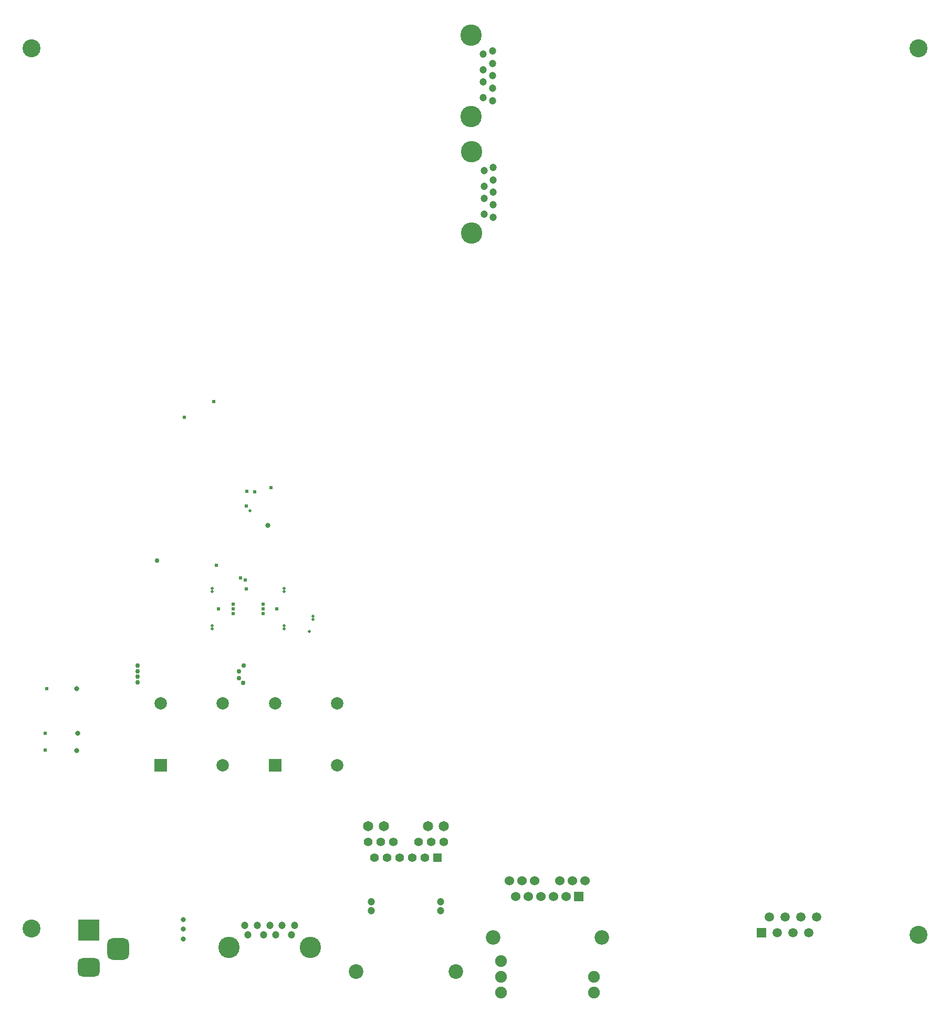
<source format=gbr>
%TF.GenerationSoftware,KiCad,Pcbnew,5.99.0-unknown-4b436fa57~104~ubuntu20.04.1*%
%TF.CreationDate,2020-10-20T16:16:33-05:00*%
%TF.ProjectId,AP2100,41503231-3030-42e6-9b69-6361645f7063,rev?*%
%TF.SameCoordinates,Original*%
%TF.FileFunction,Copper,L2,Inr*%
%TF.FilePolarity,Positive*%
%FSLAX46Y46*%
G04 Gerber Fmt 4.6, Leading zero omitted, Abs format (unit mm)*
G04 Created by KiCad (PCBNEW 5.99.0-unknown-4b436fa57~104~ubuntu20.04.1) date 2020-10-20 16:16:33*
%MOMM*%
%LPD*%
G01*
G04 APERTURE LIST*
G04 Aperture macros list*
%AMRoundRect*
0 Rectangle with rounded corners*
0 $1 Rounding radius*
0 $2 $3 $4 $5 $6 $7 $8 $9 X,Y pos of 4 corners*
0 Add a 4 corners polygon primitive as box body*
4,1,4,$2,$3,$4,$5,$6,$7,$8,$9,$2,$3,0*
0 Add four circle primitives for the rounded corners*
1,1,$1+$1,$2,$3,0*
1,1,$1+$1,$4,$5,0*
1,1,$1+$1,$6,$7,0*
1,1,$1+$1,$8,$9,0*
0 Add four rect primitives between the rounded corners*
20,1,$1+$1,$2,$3,$4,$5,0*
20,1,$1+$1,$4,$5,$6,$7,0*
20,1,$1+$1,$6,$7,$8,$9,0*
20,1,$1+$1,$8,$9,$2,$3,0*%
G04 Aperture macros list end*
%TA.AperFunction,ComponentPad*%
%ADD10C,1.200000*%
%TD*%
%TA.AperFunction,ComponentPad*%
%ADD11C,3.450000*%
%TD*%
%TA.AperFunction,ComponentPad*%
%ADD12C,2.900000*%
%TD*%
%TA.AperFunction,ComponentPad*%
%ADD13R,2.000000X2.000000*%
%TD*%
%TA.AperFunction,ComponentPad*%
%ADD14C,2.000000*%
%TD*%
%TA.AperFunction,ComponentPad*%
%ADD15R,1.530000X1.530000*%
%TD*%
%TA.AperFunction,ComponentPad*%
%ADD16C,1.530000*%
%TD*%
%TA.AperFunction,ComponentPad*%
%ADD17C,1.905000*%
%TD*%
%TA.AperFunction,ComponentPad*%
%ADD18C,2.355000*%
%TD*%
%TA.AperFunction,ComponentPad*%
%ADD19R,3.500000X3.500000*%
%TD*%
%TA.AperFunction,ComponentPad*%
%ADD20RoundRect,0.750000X1.000000X-0.750000X1.000000X0.750000X-1.000000X0.750000X-1.000000X-0.750000X0*%
%TD*%
%TA.AperFunction,ComponentPad*%
%ADD21RoundRect,0.875000X0.875000X-0.875000X0.875000X0.875000X-0.875000X0.875000X-0.875000X-0.875000X0*%
%TD*%
%TA.AperFunction,ComponentPad*%
%ADD22R,1.398000X1.398000*%
%TD*%
%TA.AperFunction,ComponentPad*%
%ADD23C,1.398000*%
%TD*%
%TA.AperFunction,ComponentPad*%
%ADD24C,1.650000*%
%TD*%
%TA.AperFunction,ComponentPad*%
%ADD25C,2.362500*%
%TD*%
%TA.AperFunction,ComponentPad*%
%ADD26R,1.500000X1.500000*%
%TD*%
%TA.AperFunction,ComponentPad*%
%ADD27C,1.500000*%
%TD*%
%TA.AperFunction,ViaPad*%
%ADD28C,0.482600*%
%TD*%
%TA.AperFunction,ViaPad*%
%ADD29C,0.609600*%
%TD*%
%TA.AperFunction,ViaPad*%
%ADD30C,0.762000*%
%TD*%
%TA.AperFunction,ViaPad*%
%ADD31C,0.800000*%
%TD*%
G04 APERTURE END LIST*
D10*
%TO.N,Net-(FL3-Pad3)*%
%TO.C,J9*%
X38379400Y-149021800D03*
%TO.N,/USB/USB2_DP*%
X40879400Y-149021800D03*
%TO.N,/USB/USB2_DM*%
X42879400Y-149021800D03*
%TO.N,GND*%
X45379400Y-149021800D03*
%TO.N,/USB/USB2_RXDM*%
X45879400Y-147521800D03*
%TO.N,/USB/USB2_RXDP*%
X43879400Y-147521800D03*
%TO.N,GND*%
X41879400Y-147521800D03*
%TO.N,/USB/USB2_TXDM*%
X39879400Y-147521800D03*
%TO.N,/USB/USB2_TXDP*%
X37879400Y-147521800D03*
D11*
%TO.N,GND*%
X35309400Y-151021800D03*
X48449400Y-151021800D03*
%TD*%
D12*
%TO.N,GND*%
%TO.C,H3*%
X3500000Y-148000000D03*
%TD*%
%TO.N,GND*%
%TO.C,H1*%
X3500000Y-6000000D03*
%TD*%
%TO.N,GND*%
%TO.C,H4*%
X146500000Y-149000000D03*
%TD*%
D13*
%TO.N,Net-(C79-Pad1)*%
%TO.C,T1*%
X24281185Y-121689396D03*
D14*
%TO.N,Net-(C78-Pad1)*%
X24281185Y-111689396D03*
%TO.N,Net-(C79-Pad2)*%
X34281185Y-121689396D03*
%TO.N,Net-(C78-Pad2)*%
X34281185Y-111689396D03*
%TD*%
D15*
%TO.N,Net-(C385-Pad2)*%
%TO.C,J7*%
X91744800Y-142875000D03*
D16*
%TO.N,Net-(IC9-Pad8)*%
X89712800Y-142875000D03*
%TO.N,Net-(IC9-Pad7)*%
X87680800Y-142875000D03*
%TO.N,Net-(IC9-Pad5)*%
X85648800Y-142875000D03*
%TO.N,Net-(IC9-Pad6)*%
X83616800Y-142875000D03*
%TO.N,Net-(C384-Pad2)*%
X81584800Y-142875000D03*
%TO.N,Net-(C386-Pad2)*%
X92760800Y-140335000D03*
%TO.N,Net-(IC9-Pad10)*%
X90728800Y-140335000D03*
%TO.N,Net-(IC9-Pad11)*%
X88696800Y-140335000D03*
%TO.N,Net-(IC9-Pad3)*%
X84632800Y-140335000D03*
%TO.N,Net-(IC9-Pad2)*%
X82600800Y-140335000D03*
%TO.N,Net-(C383-Pad2)*%
X80568800Y-140335000D03*
D17*
%TO.N,Net-(J7-Pad13)*%
X94183200Y-155829000D03*
%TO.N,/3V3*%
X94183200Y-158369000D03*
%TO.N,Net-(J7-Pad15)*%
X79146400Y-153289000D03*
%TO.N,/3V3*%
X79146400Y-155829000D03*
%TO.N,Net-(J7-Pad17)*%
X79146400Y-158369000D03*
D18*
%TO.N,GND*%
X95453200Y-149479000D03*
X77876400Y-149479000D03*
%TD*%
D13*
%TO.N,Net-(C83-Pad1)*%
%TO.C,T2*%
X42793413Y-121689396D03*
D14*
%TO.N,Net-(C84-Pad1)*%
X42793413Y-111689396D03*
%TO.N,Net-(C83-Pad2)*%
X52793413Y-121689396D03*
%TO.N,Net-(C84-Pad2)*%
X52793413Y-111689396D03*
%TD*%
D19*
%TO.N,Net-(D7-Pad2)*%
%TO.C,J2*%
X12745093Y-148279275D03*
D20*
%TO.N,GNDPWR*%
X12745093Y-154279275D03*
D21*
%TO.N,N/C*%
X17445093Y-151279275D03*
%TD*%
D22*
%TO.N,Net-(C86-Pad2)*%
%TO.C,J1*%
X68910200Y-136550400D03*
D23*
%TO.N,/POE_TD3_N*%
X66878200Y-136550400D03*
%TO.N,/POE_TD3_P*%
X64846200Y-136550400D03*
%TO.N,/POE_TD2_P*%
X62814200Y-136550400D03*
%TO.N,/POE_TD2_N*%
X60782200Y-136550400D03*
%TO.N,Net-(C82-Pad2)*%
X58750200Y-136550400D03*
%TO.N,Net-(C88-Pad2)*%
X69926200Y-134010400D03*
%TO.N,/POE_TD4_P*%
X67894200Y-134010400D03*
%TO.N,/POE_TD4_N*%
X65862200Y-134010400D03*
%TO.N,/POE_TD1_N*%
X61798200Y-134010400D03*
%TO.N,/POE_TD1_P*%
X59766200Y-134010400D03*
%TO.N,Net-(C81-Pad2)*%
X57734200Y-134010400D03*
D10*
%TO.N,Net-(C79-Pad1)*%
X69418200Y-143660400D03*
%TO.N,Net-(C79-Pad2)*%
X58242200Y-143660400D03*
%TO.N,Net-(C83-Pad1)*%
X69418200Y-145150400D03*
%TO.N,Net-(C83-Pad2)*%
X58242200Y-145150400D03*
D24*
%TO.N,/ETH0_LED2-*%
X69926200Y-131470400D03*
%TO.N,/3V3*%
X67386200Y-131470400D03*
X60274200Y-131470400D03*
%TO.N,/ETH0_LED1-*%
X57734200Y-131470400D03*
D25*
%TO.N,Earth*%
X71895200Y-154965400D03*
X55765200Y-154965400D03*
%TD*%
D12*
%TO.N,GND*%
%TO.C,H2*%
X146500000Y-6000000D03*
%TD*%
D26*
%TO.N,Net-(J4-Pad1)*%
%TO.C,J4*%
X121132600Y-148666200D03*
D27*
%TO.N,Net-(J4-Pad2)*%
X122402600Y-146126200D03*
%TO.N,Net-(J4-Pad3)*%
X123672600Y-148666200D03*
%TO.N,GND*%
X124942600Y-146126200D03*
X126212600Y-148666200D03*
%TO.N,Net-(J4-Pad6)*%
X127482600Y-146126200D03*
%TO.N,Net-(J4-Pad7)*%
X128752600Y-148666200D03*
%TO.N,Net-(J4-Pad8)*%
X130022600Y-146126200D03*
%TD*%
D10*
%TO.N,Net-(FL5-Pad3)*%
%TO.C,J10*%
X76327000Y-6959600D03*
%TO.N,/USB/USB3_DP*%
X76327000Y-9459600D03*
%TO.N,/USB/USB3_DM*%
X76327000Y-11459600D03*
%TO.N,GND*%
X76327000Y-13959600D03*
%TO.N,/USB/USB3_RXDM*%
X77827000Y-14459600D03*
%TO.N,/USB/USB3_RXDP*%
X77827000Y-12459600D03*
%TO.N,GND*%
X77827000Y-10459600D03*
%TO.N,/USB/USB3_TXDM*%
X77827000Y-8459600D03*
%TO.N,/USB/USB3_TXDP*%
X77827000Y-6459600D03*
D11*
%TO.N,GND*%
X74327000Y-3889600D03*
X74327000Y-17029600D03*
%TD*%
D10*
%TO.N,Net-(FL1-Pad3)*%
%TO.C,J8*%
X76428600Y-25755600D03*
%TO.N,/USB/USB1_DP*%
X76428600Y-28255600D03*
%TO.N,/USB/USB1_DM*%
X76428600Y-30255600D03*
%TO.N,GND*%
X76428600Y-32755600D03*
%TO.N,/USB/USB1_RXDM*%
X77928600Y-33255600D03*
%TO.N,/USB/USB1_RXDP*%
X77928600Y-31255600D03*
%TO.N,GND*%
X77928600Y-29255600D03*
%TO.N,/USB/USB1_TXDM*%
X77928600Y-27255600D03*
%TO.N,/USB/USB1_TXDP*%
X77928600Y-25255600D03*
D11*
%TO.N,GND*%
X74428600Y-22685600D03*
X74428600Y-35825600D03*
%TD*%
D28*
%TO.N,Net-(C106-Pad1)*%
X38710185Y-80594200D03*
D29*
%TO.N,Net-(C121-Pad2)*%
X38227000Y-77470000D03*
X38143368Y-79869572D03*
%TO.N,Net-(D7-Pad2)*%
X33274585Y-89428999D03*
D30*
%TO.N,Net-(D11-Pad2)*%
X23749585Y-88646000D03*
D29*
%TO.N,Net-(D14-Pad2)*%
X28092400Y-65532000D03*
D31*
%TO.N,Net-(LED1-Pad1)*%
X27985102Y-146558000D03*
%TO.N,Net-(LED2-Pad1)*%
X27992702Y-148125200D03*
%TO.N,Net-(LED3-Pad1)*%
X27985102Y-149707600D03*
D28*
%TO.N,GNDPWR*%
X48870185Y-97612200D03*
D31*
X10897185Y-116535200D03*
D28*
X48285985Y-100126800D03*
D31*
X10770185Y-119329200D03*
D28*
X44185796Y-93177967D03*
X44185796Y-99671901D03*
X48870185Y-98120200D03*
X32603396Y-99671901D03*
X32577996Y-93677501D03*
X32577996Y-93169501D03*
D31*
X10770185Y-109296200D03*
D28*
X44185796Y-99163901D03*
X32603396Y-99163901D03*
X44185796Y-93685967D03*
D30*
%TO.N,/PoE Power/VDC*%
X20549185Y-108280200D03*
X20549185Y-105613200D03*
X37567185Y-108407200D03*
X36932185Y-106502200D03*
D29*
X5690185Y-119202200D03*
D30*
X36932185Y-107645200D03*
X20549185Y-107391200D03*
D29*
X5944185Y-109296200D03*
X5690185Y-116535200D03*
D30*
X20549185Y-106502200D03*
X37694185Y-105613200D03*
D29*
%TO.N,/PoE Power/VOB*%
X40818627Y-95701901D03*
X40818627Y-96463901D03*
X40818627Y-97225901D03*
X43028427Y-96463901D03*
X35992627Y-95701901D03*
X35992627Y-97225901D03*
X35992627Y-96463901D03*
X33655827Y-96463901D03*
%TO.N,/PoE Power/PGD*%
X42062400Y-76911200D03*
%TO.N,Net-(D15-Pad2)*%
X32867600Y-62992000D03*
D31*
%TO.N,Net-(IC3-Pad15)*%
X41605200Y-83007200D03*
D29*
%TO.N,Net-(IC2-Pad7)*%
X38150800Y-93218000D03*
%TO.N,Net-(IC2-Pad8)*%
X37946062Y-91764442D03*
%TO.N,Net-(IC2-Pad9)*%
X37159469Y-91481296D03*
%TO.N,Net-(C109-Pad1)*%
X39497000Y-77597000D03*
%TD*%
M02*

</source>
